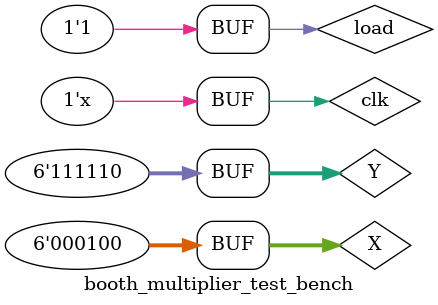
<source format=v>
`timescale 1ns / 1ps


module booth_multiplier_test_bench;

	// Inputs
	reg [5:0] X;
	reg [5:0] Y;
	reg clk;
	reg load;

	// Outputs
	wire [11:0] Z;

	// Instantiate the Unit Under Test (UUT)
	booth_multiplier uut (
		.X(X), 
		.Y(Y), 
		.clk(clk), 
		.load(load), 
		.Z(Z)
	);

	initial begin
		// Initialize Inputs
		X = 4;
		Y = -2;
		clk = 0;
		load = 0;

		// Wait 100 ns for global reset to finish
		#50;
      load = 1;
		#50;
		// Add stimulus here

	end
      
	always begin
		#20 clk = !clk;
	end
endmodule


</source>
